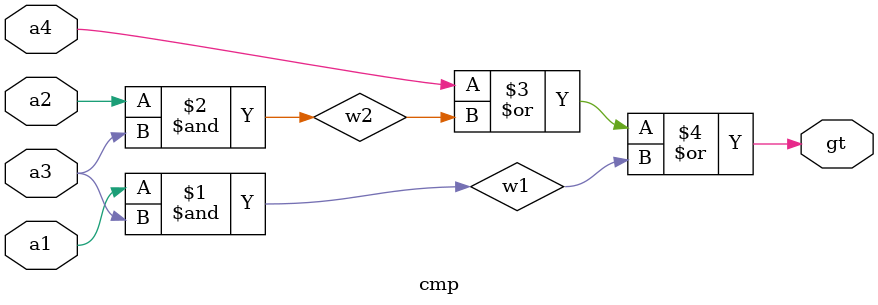
<source format=v>
`timescale 1ns / 1ps

module cmp(
input a1,a2,a3,a4,
output gt
    );
   
wire w1,w2;
and p1(w1,a1,a3);
and p2(w2,a2,a3);
or p3(gt, a4,w2,w1);

endmodule
</source>
